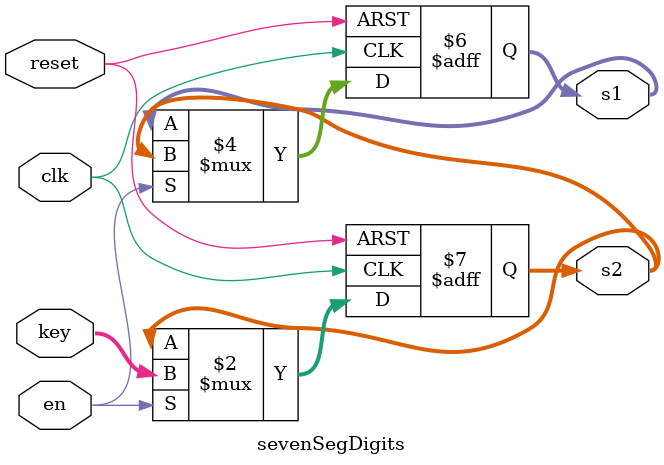
<source format=sv>


module sevenSegDigits (
    input logic clk,
    input logic reset,
    input logic en,
    input logic [3:0] key,
    output logic [3:0] s1, // Left digit
    output logic [3:0] s2  // Right digit
    );

    always_ff @(posedge clk or posedge reset) begin
        if (reset) begin
            s1 <= 4'b0000; // Reset left digit to 0
            s2 <= 4'b0000; // Reset right digit to 0
        end else if (en) begin
            s1 <= s2; // Shift the previous right digit to the left
            s2 <= key; // Update the right digit with the new key
        end
    end
endmodule
</source>
